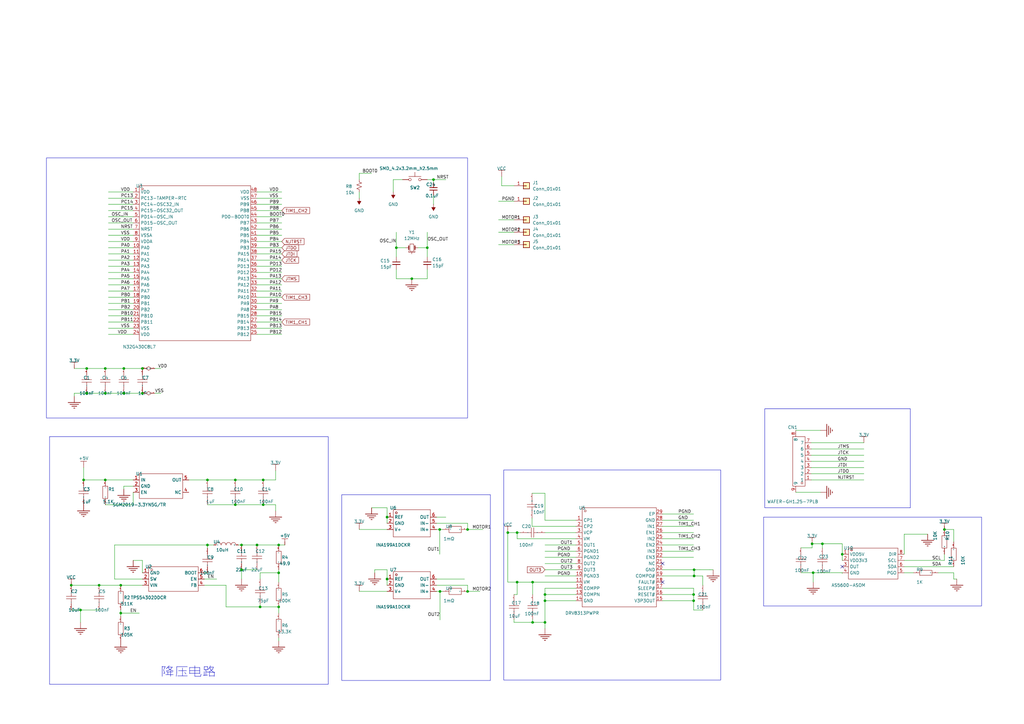
<source format=kicad_sch>
(kicad_sch (version 20250114) (generator "eeschema") (generator_version "9.0")
  (paper "A3")
  (title_block (title "BLDC_controller") (company "BrookDawn"))
  (rectangle (start 19.05 64.77) (end 191.77 171.45))
  (rectangle (start 313.69 167.64) (end 373.38 208.28))
  (rectangle (start 140.1826 202.8952) (end 201.1426 279.0952))
  (rectangle (start 20.32 179.07) (end 134.62 280.67))
  (rectangle (start 206.6036 192.7606) (end 295.6052 278.9174))
  (rectangle (start 313.182 212.09) (end 402.59 248.539))
  (text "降压电路" (at 66.04 278.13 0) (effects (font (size 3.81 3.81)) (justify left bottom)))
  (junction (at 177.8 73.66))
  (junction (at 212.09 218.44))
  (junction (at 333.0702 223.0374))
  (junction (at 218.44 238.76))
  (junction (at 180.467 242.57))
  (junction (at 43.18 196.85))
  (junction (at 49.53 251.46))
  (junction (at 191.77 242.57))
  (junction (at 29.21 240.03))
  (junction (at 180.34 217.17))
  (junction (at 34.29 196.85))
  (junction (at 114.3 248.92))
  (junction (at 40.64 240.03))
  (junction (at 223.52 243.84))
  (junction (at 333.502 234.8738))
  (junction (at 114.3 234.95))
  (junction (at 96.52 196.85))
  (junction (at 106.68 248.92))
  (junction (at 175.26 101.6))
  (junction (at 99.06 223.52))
  (junction (at 208.28 218.44))
  (junction (at 43.18 161.29))
  (junction (at 43.18 151.13))
  (junction (at 35.56 151.13))
  (junction (at 107.95 196.85))
  (junction (at 284.48 243.84))
  (junction (at 162.56 101.6))
  (junction (at 114.3 223.52))
  (junction (at 158.75 212.09))
  (junction (at 99.06 233.68))
  (junction (at 284.48 246.38))
  (junction (at 96.52 207.01))
  (junction (at 337.312 223.0374))
  (junction (at 58.42 151.13))
  (junction (at 223.52 255.27))
  (junction (at 50.8 161.29))
  (junction (at 345.44 227.33))
  (junction (at 168.91 114.3))
  (junction (at 58.42 161.29))
  (junction (at 105.41 223.52))
  (junction (at 158.75 237.49))
  (junction (at 284.6832 236.22))
  (junction (at 223.52 246.38))
  (junction (at 50.8 151.13))
  (junction (at 85.09 196.85))
  (junction (at 284.6832 233.68))
  (junction (at 49.53 240.03))
  (junction (at 35.56 161.29))
  (junction (at 85.09 223.52))
  (junction (at 212.09 238.76))
  (junction (at 107.95 207.01))
  (junction (at 387.35 217.17))
  (junction (at 33.02 250.19))
  (junction (at 191.77 217.17))
  (junction (at 218.44 255.27))
  (no_connect (at 271.78 238.76))
  (no_connect (at 345.44 232.41))
  (no_connect (at 271.78 231.14))
  (wire (pts (xy 333.0702 223.0374) (xy 337.312 223.0374)))
  (wire (pts (xy 105.41 106.68) (xy 115.57 106.68)))
  (wire (pts (xy 236.22 236.22) (xy 223.52 236.22)))
  (wire (pts (xy 87.63 223.52) (xy 85.09 223.52)))
  (wire (pts (xy 158.75 237.49) (xy 158.75 240.03)))
  (wire (pts (xy 391.16 237.49) (xy 391.16 234.95)))
  (wire (pts (xy 175.26 114.3) (xy 168.91 114.3)))
  (wire (pts (xy 212.09 238.7346) (xy 212.09 238.76)))
  (wire (pts (xy 49.53 240.03) (xy 58.42 240.03)))
  (wire (pts (xy 236.22 243.84) (xy 223.52 243.84)))
  (wire (pts (xy 105.41 129.54) (xy 115.57 129.54)))
  (wire (pts (xy 85.09 223.52) (xy 46.99 223.52)))
  (wire (pts (xy 44.45 116.84) (xy 54.61 116.84)))
  (wire (pts (xy 208.28 218.44) (xy 212.09 218.44)))
  (wire (pts (xy 44.45 78.74) (xy 54.61 78.74)))
  (wire (pts (xy 236.22 226.06) (xy 223.52 226.06)))
  (wire (pts (xy 114.3 261.62) (xy 114.3 262.89)))
  (wire (pts (xy 147.32 71.12) (xy 147.32 73.66)))
  (wire (pts (xy 44.45 106.68) (xy 54.61 106.68)))
  (wire (pts (xy 236.22 228.6) (xy 223.52 228.6)))
  (wire (pts (xy 50.8 151.13) (xy 43.18 151.13)))
  (wire (pts (xy 105.41 114.3) (xy 115.57 114.3)))
  (wire (pts (xy 58.42 234.95) (xy 58.42 229.87)))
  (wire (pts (xy 105.41 88.9) (xy 115.57 88.9)))
  (wire (pts (xy 44.45 137.16) (xy 54.61 137.16)))
  (wire (pts (xy 333.502 234.8738) (xy 333.502 238.76)))
  (wire (pts (xy 44.45 114.3) (xy 54.61 114.3)))
  (wire (pts (xy 54.61 196.85) (xy 43.18 196.85)))
  (wire (pts (xy 44.45 104.14) (xy 54.61 104.14)))
  (wire (pts (xy 212.09 220.98) (xy 236.22 220.98)))
  (wire (pts (xy 96.52 207.01) (xy 107.95 207.01)))
  (wire (pts (xy 191.77 217.17) (xy 198.12 217.17)))
  (wire (pts (xy 284.48 223.52) (xy 271.78 223.52)))
  (wire (pts (xy 92.71 240.03) (xy 83.82 240.03)))
  (wire (pts (xy 105.41 96.52) (xy 115.57 96.52)))
  (wire (pts (xy 210.82 243.84) (xy 212.09 243.84)))
  (wire (pts (xy 204.47 100.33) (xy 210.82 100.33)))
  (wire (pts (xy 284.48 250.19) (xy 288.29 250.19)))
  (wire (pts (xy 105.41 83.82) (xy 115.57 83.82)))
  (wire (pts (xy 44.45 134.62) (xy 54.61 134.62)))
  (wire (pts (xy 44.45 93.98) (xy 54.61 93.98)))
  (wire (pts (xy 158.75 208.28) (xy 158.75 212.09)))
  (wire (pts (xy 204.47 90.17) (xy 210.82 90.17)))
  (wire (pts (xy 175.26 95.25) (xy 175.26 101.6)))
  (wire (pts (xy 333.0702 224.7138) (xy 328.4728 224.7138)))
  (wire (pts (xy 50.8 151.13) (xy 58.42 151.13)))
  (wire (pts (xy 105.41 99.06) (xy 115.57 99.06)))
  (wire (pts (xy 180.467 242.57) (xy 180.467 254.2794)))
  (wire (pts (xy 208.28 238.7346) (xy 212.09 238.7346)))
  (wire (pts (xy 236.22 223.52) (xy 223.52 223.52)))
  (wire (pts (xy 208.28 218.44) (xy 208.28 238.7346)))
  (wire (pts (xy 58.42 237.49) (xy 46.99 237.49)))
  (wire (pts (xy 44.45 86.36) (xy 54.61 86.36)))
  (wire (pts (xy 218.44 238.76) (xy 236.22 238.76)))
  (wire (pts (xy 44.45 99.06) (xy 54.61 99.06)))
  (wire (pts (xy 114.3 223.52) (xy 105.41 223.52)))
  (wire (pts (xy 30.48 161.29) (xy 30.48 162.56)))
  (wire (pts (xy 57.15 251.46) (xy 49.53 251.46)))
  (wire (pts (xy 96.52 196.85) (xy 107.95 196.85)))
  (wire (pts (xy 50.8 161.29) (xy 43.18 161.29)))
  (wire (pts (xy 105.41 111.76) (xy 115.57 111.76)))
  (wire (pts (xy 236.22 233.68) (xy 223.52 233.68)))
  (wire (pts (xy 236.22 213.36) (xy 223.52 213.36)))
  (wire (pts (xy 284.6832 236.22) (xy 271.78 236.22)))
  (wire (pts (xy 162.56 114.3) (xy 168.91 114.3)))
  (wire (pts (xy 44.45 91.44) (xy 54.61 91.44)))
  (wire (pts (xy 85.09 207.01) (xy 96.52 207.01)))
  (wire (pts (xy 114.3 251.46) (xy 114.3 248.92)))
  (wire (pts (xy 44.45 109.22) (xy 54.61 109.22)))
  (wire (pts (xy 236.22 215.9) (xy 218.2114 215.9)))
  (wire (pts (xy 179.07 212.09) (xy 182.88 212.09)))
  (wire (pts (xy 158.75 208.28) (xy 152.4 208.28)))
  (wire (pts (xy 212.09 220.98) (xy 212.09 218.44)))
  (wire (pts (xy 370.84 232.41) (xy 391.16 232.41)))
  (wire (pts (xy 58.42 229.87) (xy 54.61 229.87)))
  (wire (pts (xy 44.45 129.54) (xy 54.61 129.54)))
  (wire (pts (xy 43.18 161.29) (xy 35.56 161.29)))
  (wire (pts (xy 181.61 217.17) (xy 180.34 217.17)))
  (wire (pts (xy 180.467 242.57) (xy 181.61 242.57)))
  (wire (pts (xy 177.8 73.66) (xy 177.8 74.93)))
  (wire (pts (xy 99.06 233.68) (xy 99.06 237.49)))
  (wire (pts (xy 162.56 95.25) (xy 162.56 101.6)))
  (wire (pts (xy 354.33 184.15) (xy 332.74 184.15)))
  (wire (pts (xy 63.5 161.29) (xy 66.04 161.29)))
  (wire (pts (xy 162.56 101.6) (xy 166.37 101.6)))
  (wire (pts (xy 105.41 93.98) (xy 115.57 93.98)))
  (wire (pts (xy 196.85 242.57) (xy 191.77 242.57)))
  (wire (pts (xy 29.21 250.19) (xy 33.02 250.19)))
  (wire (pts (xy 284.48 241.3) (xy 271.78 241.3)))
  (wire (pts (xy 85.09 196.85) (xy 96.52 196.85)))
  (wire (pts (xy 46.99 223.52) (xy 46.99 237.49)))
  (wire (pts (xy 288.2392 236.2454) (xy 288.2392 240.03)))
  (wire (pts (xy 236.22 241.3) (xy 223.52 241.3)))
  (wire (pts (xy 54.61 207.01) (xy 43.18 207.01)))
  (wire (pts (xy 105.41 116.84) (xy 115.57 116.84)))
  (wire (pts (xy 114.3 223.52) (xy 116.84 223.52)))
  (wire (pts (xy 387.35 227.33) (xy 387.35 229.87)))
  (wire (pts (xy 77.47 196.85) (xy 85.09 196.85)))
  (wire (pts (xy 44.45 119.38) (xy 54.61 119.38)))
  (wire (pts (xy 223.52 243.84) (xy 223.52 241.3)))
  (wire (pts (xy 223.52 243.84) (xy 223.52 246.38)))
  (wire (pts (xy 218.44 238.76) (xy 218.44 243.84)))
  (wire (pts (xy 33.02 250.19) (xy 40.64 250.19)))
  (wire (pts (xy 284.48 246.38) (xy 271.78 246.38)))
  (wire (pts (xy 370.84 219.075) (xy 370.84 227.33)))
  (wire (pts (xy 284.6832 233.68) (xy 271.78 233.68)))
  (wire (pts (xy 33.02 250.19) (xy 33.02 255.27)))
  (wire (pts (xy 236.22 246.38) (xy 223.52 246.38)))
  (wire (pts (xy 391.16 222.25) (xy 391.16 217.17)))
  (wire (pts (xy 210.82 254) (xy 210.82 255.27)))
  (wire (pts (xy 336.55 201.93) (xy 326.39 201.93)))
  (wire (pts (xy 223.52 255.27) (xy 223.52 257.81)))
  (wire (pts (xy 284.6832 236.22) (xy 284.6832 233.68)))
  (wire (pts (xy 92.71 248.92) (xy 92.71 240.03)))
  (wire (pts (xy 162.56 110.49) (xy 162.56 114.3)))
  (wire (pts (xy 105.41 134.62) (xy 115.57 134.62)))
  (wire (pts (xy 44.45 132.08) (xy 54.61 132.08)))
  (wire (pts (xy 30.48 161.29) (xy 35.56 161.29)))
  (wire (pts (xy 153.67 234.95) (xy 153.67 233.68)))
  (wire (pts (xy 158.75 217.17) (xy 147.32 217.17)))
  (wire (pts (xy 354.33 191.77) (xy 332.74 191.77)))
  (wire (pts (xy 44.45 124.46) (xy 54.61 124.46)))
  (wire (pts (xy 147.32 78.74) (xy 147.32 81.28)))
  (wire (pts (xy 105.41 86.36) (xy 115.57 86.36)))
  (wire (pts (xy 147.32 242.57) (xy 158.75 242.57)))
  (wire (pts (xy 114.3 238.76) (xy 114.3 234.95)))
  (wire (pts (xy 44.45 127) (xy 54.61 127)))
  (wire (pts (xy 284.48 228.6) (xy 271.78 228.6)))
  (wire (pts (xy 223.52 246.38) (xy 223.52 255.27)))
  (wire (pts (xy 105.41 132.08) (xy 115.57 132.08)))
  (wire (pts (xy 354.33 181.61) (xy 332.74 181.61)))
  (wire (pts (xy 391.16 234.95) (xy 384.81 234.95)))
  (wire (pts (xy 191.77 240.03) (xy 191.77 242.57)))
  (wire (pts (xy 105.41 101.6) (xy 115.57 101.6)))
  (wire (pts (xy 210.82 255.27) (xy 218.44 255.27)))
  (wire (pts (xy 85.09 223.52) (xy 85.09 224.79)))
  (wire (pts (xy 354.33 194.31) (xy 332.74 194.31)))
  (wire (pts (xy 99.06 233.68) (xy 105.41 233.68)))
  (wire (pts (xy 354.33 189.23) (xy 332.74 189.23)))
  (wire (pts (xy 113.03 196.85) (xy 107.95 196.85)))
  (wire (pts (xy 218.44 255.27) (xy 223.52 255.27)))
  (wire (pts (xy 105.41 104.14) (xy 115.57 104.14)))
  (wire (pts (xy 191.77 217.17) (xy 191.77 214.63)))
  (wire (pts (xy 30.48 151.13) (xy 35.56 151.13)))
  (wire (pts (xy 328.4728 234.8738) (xy 333.502 234.8738)))
  (wire (pts (xy 85.09 234.95) (xy 83.82 234.95)))
  (wire (pts (xy 333.0702 223.0374) (xy 333.0702 224.7138)))
  (wire (pts (xy 29.21 240.03) (xy 40.64 240.03)))
  (wire (pts (xy 284.48 215.9) (xy 271.78 215.9)))
  (wire (pts (xy 44.45 101.6) (xy 54.61 101.6)))
  (wire (pts (xy 345.44 223.0374) (xy 345.44 227.33)))
  (wire (pts (xy 177.8 80.01) (xy 177.8 83.82)))
  (wire (pts (xy 153.67 233.68) (xy 158.75 233.68)))
  (wire (pts (xy 43.18 196.85) (xy 34.29 196.85)))
  (wire (pts (xy 284.48 218.44) (xy 271.78 218.44)))
  (wire (pts (xy 44.45 83.82) (xy 54.61 83.82)))
  (wire (pts (xy 284.48 243.84) (xy 271.78 243.84)))
  (wire (pts (xy 179.07 240.03) (xy 191.77 240.03)))
  (wire (pts (xy 284.48 243.84) (xy 284.48 246.38)))
  (wire (pts (xy 113.03 207.01) (xy 107.95 207.01)))
  (wire (pts (xy 158.75 214.63) (xy 158.75 212.09)))
  (wire (pts (xy 105.41 121.92) (xy 115.57 121.92)))
  (wire (pts (xy 105.41 81.28) (xy 115.57 81.28)))
  (wire (pts (xy 284.48 210.82) (xy 271.78 210.82)))
  (wire (pts (xy 161.29 73.66) (xy 161.29 78.74)))
  (wire (pts (xy 370.84 229.87) (xy 387.35 229.87)))
  (wire (pts (xy 345.3892 235.204) (xy 345.3892 234.8738)))
  (wire (pts (xy 204.47 82.55) (xy 210.82 82.55)))
  (wire (pts (xy 106.68 234.95) (xy 114.3 234.95)))
  (wire (pts (xy 284.6832 236.22) (xy 288.2392 236.2454)))
  (wire (pts (xy 158.75 237.49) (xy 158.75 233.68)))
  (wire (pts (xy 218.44 254) (xy 218.44 255.27)))
  (wire (pts (xy 105.41 124.46) (xy 115.57 124.46)))
  (wire (pts (xy 44.45 81.28) (xy 54.61 81.28)))
  (wire (pts (xy 284.48 243.84) (xy 284.48 241.3)))
  (wire (pts (xy 391.16 237.49) (xy 392.43 237.49)))
  (wire (pts (xy 44.45 111.76) (xy 54.61 111.76)))
  (wire (pts (xy 162.56 105.41) (xy 162.56 101.6)))
  (wire (pts (xy 99.06 223.52) (xy 105.41 223.52)))
  (wire (pts (xy 105.41 109.22) (xy 115.57 109.22)))
  (wire (pts (xy 180.467 242.57) (xy 179.07 242.57)))
  (wire (pts (xy 105.41 127) (xy 115.57 127)))
  (wire (pts (xy 182.88 73.66) (xy 177.8 73.66)))
  (wire (pts (xy 34.29 191.77) (xy 34.29 196.85)))
  (wire (pts (xy 44.45 96.52) (xy 54.61 96.52)))
  (wire (pts (xy 106.68 237.49) (xy 106.68 234.95)))
  (wire (pts (xy 236.22 231.14) (xy 223.52 231.14)))
  (wire (pts (xy 44.45 88.9) (xy 54.61 88.9)))
  (wire (pts (xy 171.45 101.6) (xy 175.26 101.6)))
  (wire (pts (xy 105.41 137.16) (xy 115.57 137.16)))
  (wire (pts (xy 345.44 229.87) (xy 345.44 227.33)))
  (wire (pts (xy 354.33 196.85) (xy 332.74 196.85)))
  (wire (pts (xy 345.3892 234.8738) (xy 333.502 234.8738)))
  (wire (pts (xy 44.45 121.92) (xy 54.61 121.92)))
  (wire (pts (xy 218.2114 215.9) (xy 218.2114 212.4964)))
  (wire (pts (xy 223.52 213.36) (xy 223.52 202.3364)))
  (wire (pts (xy 345.44 223.0374) (xy 337.312 223.0374)))
  (wire (pts (xy 223.52 202.3364) (xy 218.2114 202.3364)))
  (wire (pts (xy 204.47 95.25) (xy 210.82 95.25)))
  (wire (pts (xy 284.48 213.36) (xy 271.78 213.36)))
  (wire (pts (xy 284.48 220.98) (xy 271.78 220.98)))
  (wire (pts (xy 370.84 234.95) (xy 374.65 234.95)))
  (wire (pts (xy 35.56 151.13) (xy 43.18 151.13)))
  (wire (pts (xy 191.77 214.63) (xy 179.07 214.63)))
  (wire (pts (xy 284.48 226.06) (xy 271.78 226.06)))
  (wire (pts (xy 212.09 238.76) (xy 218.44 238.76)))
  (wire (pts (xy 175.26 101.6) (xy 175.26 105.41)))
  (wire (pts (xy 49.53 251.46) (xy 49.53 252.73)))
  (wire (pts (xy 212.09 238.76) (xy 212.09 243.84)))
  (wire (pts (xy 113.03 207.01) (xy 113.03 209.55)))
  (wire (pts (xy 190.5254 237.49) (xy 179.07 237.49)))
  (wire (pts (xy 114.3 234.95) (xy 114.3 233.68)))
  (wire (pts (xy 205.74 76.2) (xy 210.82 76.2)))
  (wire (pts (xy 212.09 218.44) (xy 213.36 218.44)))
  (wire (pts (xy 180.34 217.17) (xy 180.34 227.33)))
  (wire (pts (xy 288.29 240.03) (xy 288.2392 240.03)))
  (wire (pts (xy 88.9 237.49) (xy 83.82 237.49)))
  (wire (pts (xy 106.68 248.92) (xy 114.3 248.92)))
  (wire (pts (xy 97.79 223.52) (xy 99.06 223.52)))
  (wire (pts (xy 223.52 218.44) (xy 236.22 218.44)))
  (wire (pts (xy 147.32 71.12) (xy 152.4 71.12)))
  (wire (pts (xy 49.53 251.46) (xy 49.53 250.19)))
  (wire (pts (xy 105.41 78.74) (xy 115.57 78.74)))
  (wire (pts (xy 205.74 72.39) (xy 205.74 76.2)))
  (wire (pts (xy 54.61 201.93) (xy 54.61 207.01)))
  (wire (pts (xy 337.312 224.8154) (xy 337.312 223.0374)))
  (wire (pts (xy 92.71 248.92) (xy 106.68 248.92)))
  (wire (pts (xy 50.8 199.39) (xy 54.61 199.39)))
  (wire (pts (xy 336.55 176.53) (xy 326.39 176.53)))
  (wire (pts (xy 105.41 119.38) (xy 115.57 119.38)))
  (wire (pts (xy 106.68 248.92) (xy 106.68 247.65)))
  (wire (pts (xy 40.64 240.03) (xy 49.53 240.03)))
  (wire (pts (xy 284.6832 233.68) (xy 292.481 233.7054)))
  (wire (pts (xy 50.8 200.66) (xy 50.8 199.39)))
  (wire (pts (xy 354.33 186.69) (xy 332.74 186.69)))
  (wire (pts (xy 165.1 73.66) (xy 161.29 73.66)))
  (wire (pts (xy 175.26 73.66) (xy 177.8 73.66)))
  (wire (pts (xy 105.41 91.44) (xy 115.57 91.44)))
  (wire (pts (xy 391.16 217.17) (xy 387.35 217.17)))
  (wire (pts (xy 63.5 151.13) (xy 66.04 151.13)))
  (wire (pts (xy 50.8 161.29) (xy 58.42 161.29)))
  (wire (pts (xy 284.48 250.19) (xy 284.48 246.38)))
  (wire (pts (xy 370.84 219.075) (xy 380.4666 219.075)))
  (wire (pts (xy 113.03 193.04) (xy 113.03 196.85)))
  (wire (pts (xy 179.07 217.17) (xy 180.34 217.17)))
  (wire (pts (xy 175.26 110.49) (xy 175.26 114.3)))
  (label "SCL" (at 382.27 229.87 0))
  (label "PC14" (at 49.53 83.82 0))
  (label "OUT1" (at 229.87 223.52 0))
  (label "PB9" (at 110.49 83.82 0))
  (label "PGND" (at 278.13 210.82 0))
  (label "TIM1_CH2" (at 278.13 220.98 0))
  (label "PB13" (at 110.49 134.62 0))
  (label "TIM1_CH3" (at 278.13 226.06 0))
  (label "PB5" (at 110.49 96.52 0))
  (label "TIM1_CH1" (at 278.13 215.9 0))
  (label "VDD" (at 49.53 78.74 0))
  (label "PA13" (at 110.49 114.3 0))
  (label "PB10" (at 49.53 129.54 0))
  (label "OUT2" (at 229.87 231.14 0))
  (label "PA0" (at 49.53 101.6 0))
  (label "PA4" (at 49.53 111.76 0))
  (label "PA5" (at 49.53 114.3 0))
  (label "PA12" (at 110.49 116.84 0))
  (label "PB14" (at 110.49 132.08 0))
  (label "VDD" (at 64.77 151.13 0))
  (label "OSC_OUT" (at 45.72 91.44 0))
  (label "PD12" (at 110.49 111.76 0))
  (label "JTMS" (at 343.535 184.15 0))
  (label "PA2" (at 49.53 106.68 0))
  (label "PA14" (at 110.49 106.68 0))
  (label "MOTOR2" (at 205.74 95.25 0))
  (label "PB4" (at 110.49 99.06 0))
  (label "OUT1" (at 180.34 224.79 180))
  (label "PA6" (at 49.53 116.84 0))
  (label "PB7" (at 110.49 91.44 0))
  (label "PB8" (at 110.49 86.36 0))
  (label "PA8" (at 110.49 127 0))
  (label "JTDI" (at 343.535 191.77 0))
  (label "NRST" (at 49.53 93.98 0))
  (label "PC15" (at 49.53 86.36 0))
  (label "JTDO" (at 343.535 194.31 0))
  (label "PD13" (at 110.49 109.22 0))
  (label "SDA" (at 382.27 232.41 0))
  (label "GND" (at 278.13 213.36 0))
  (label "PA9" (at 110.49 124.46 0))
  (label "PB2" (at 49.53 127 0))
  (label "PB12" (at 110.49 137.16 0))
  (label "MOTOR1" (at 193.675 217.17 0))
  (label "BOOT0" (at 148.59 71.12 0))
  (label "OUT2" (at 180.467 251.5362 180))
  (label "BOOT0" (at 110.49 88.9 0))
  (label "VDD" (at 49.53 99.06 0))
  (label "VDD" (at 110.49 78.74 0))
  (label "VSS" (at 49.53 134.62 0))
  (label "PGND" (at 205.74 82.55 0))
  (label "PB0" (at 49.53 121.92 0))
  (label "PA10" (at 110.49 121.92 0))
  (label "PGND" (at 228.6 228.6 0))
  (label "PB3" (at 110.49 101.6 0))
  (label "VSS" (at 63.5 161.29 0))
  (label "EN" (at 85.09 237.49 0))
  (label "JTCK" (at 343.535 186.69 0))
  (label "MOTOR1" (at 205.74 90.17 0))
  (label "PB11" (at 49.53 132.08 0))
  (label "PA15" (at 110.49 104.14 0))
  (label "NJTRST" (at 343.535 196.85 0))
  (label "PA11" (at 110.49 119.38 0))
  (label "EN" (at 53.34 251.46 0))
  (label "PC13" (at 49.53 81.28 0))
  (label "MOTOR3" (at 205.74 100.33 0))
  (label "OUT3" (at 229.87 233.68 0))
  (label "OSC_OUT" (at 175.26 99.06 0))
  (label "VSS" (at 49.53 96.52 0))
  (label "PGND" (at 228.6 236.22 0))
  (label "VSS" (at 110.49 81.28 0))
  (label "PB6" (at 110.49 93.98 0))
  (label "NRST" (at 179.07 73.66 0))
  (label "MOTOR2" (at 193.7258 242.57 0))
  (label "PGND" (at 228.6 226.06 0))
  (label "PB15" (at 110.49 129.54 0))
  (label "OSC_IN" (at 45.72 88.9 0))
  (label "VDD" (at 48.26 137.16 0))
  (label "PA1" (at 49.53 104.14 0))
  (label "OSC_IN" (at 162.56 99.06 180))
  (label "PA3" (at 49.53 109.22 0))
  (label "PA7" (at 49.53 119.38 0))
  (label "PB1" (at 49.53 124.46 0))
  (label "GND" (at 343.535 189.23 0))
  (global_label "JTCK" (shape input) (at 115.57 106.68 0) (property "Intersheetrefs" "${INTERSHEET_REFS}" (effects (hide yes))))
  (global_label "JTDI" (shape input) (at 115.57 104.14 0) (property "Intersheetrefs" "${INTERSHEET_REFS}" (effects (hide yes))))
  (global_label "OUT3" (shape input) (at 223.52 233.68 180) (property "Intersheetrefs" "${INTERSHEET_REFS}" (effects (hide yes))))
  (global_label "NJTRST" (shape input) (at 115.57 99.06 0) (property "Intersheetrefs" "${INTERSHEET_REFS}" (effects (hide yes))))
  (global_label "JTDO" (shape input) (at 115.57 101.6 0) (property "Intersheetrefs" "${INTERSHEET_REFS}" (effects (hide yes))))
  (global_label "TIM1_CH1" (shape input) (at 115.57 132.08 0) (property "Intersheetrefs" "${INTERSHEET_REFS}" (effects (hide yes))))
  (global_label "JTMS" (shape input) (at 115.57 114.3 0) (property "Intersheetrefs" "${INTERSHEET_REFS}" (effects (hide yes))))
  (global_label "TIM1_CH3" (shape input) (at 115.57 121.92 0) (property "Intersheetrefs" "${INTERSHEET_REFS}" (effects (hide yes))))
  (global_label "TIM1_CH2" (shape input) (at 115.57 86.36 0) (property "Intersheetrefs" "${INTERSHEET_REFS}" (effects (hide yes))))
  (symbol (lib_id "ProPrj_BLD-easyedapro:Capacitance") (at 218.44 248.92 90) (unit 1)
    (property "Reference" "C18" (at 219.4052 247.4722 90))
    (property "Value" "100nF" (at 218.186 251.714 90))
    (property "Footprint" "SparkFun-Resistor:R_0603_1608Metric" (effects (hide yes)))
  )
  (symbol (lib_id "ProPrj_BLD-easyedapro:DRV8313PWPR") (at 254 228.6 0) (unit 1)
    (property "Reference" "U5" (at 238.76 208.28 0))
    (property "Value" "DRV8313PWPR" (at 238.76 251.46 0))
    (property "Footprint" "Package_SO:HTSSOP-28-1EP_4.4x9.7mm_P0.65mm_EP2.75x6.2mm" (effects (hide yes)))
    (property "Datasheet" "https://www.ti.com/cn/lit/gpn/drv8313" (effects (hide yes)))
    (property "Description" "DRV8313 具有集成 FET、65V 最大电压、3A 峰值电流的三相电机驱动器" (effects (hide yes)))
    (property "Manufacturer Part" "DRV8313PWPR" (effects (hide yes)))
    (property "Manufacturer" "TI(德州仪器)" (effects (hide yes)))
    (property "Supplier Part" "C92482" (effects (hide yes)))
    (property "Supplier" "LCSC" (effects (hide yes)))
    (property "LCSC Part Name" "无刷直流BLDC电机驱动芯片 60V" (effects (hide yes)))
  )
  (symbol (lib_id "ProPrj_BLD-easyedapro:Power-VCC") (at 113.03 193.04 0) (unit 1)
    (property "Reference" "#PWR011" (effects (hide yes)))
    (property "Value" "3.3V" (at 113.03 190.5 0) (effects (justify bottom)))
    (property "Footprint" "ProPrj_BLD-easyedapro:" (effects (hide yes)))
  )
  (symbol (lib_id "ProPrj_BLD-easyedapro:XR0420-4R7M") (at 92.71 223.52 0) (unit 1)
    (property "Reference" "U4" (at 88.9 222.25 0))
    (property "Value" "10uH" (at 91.186 225.552 0))
    (property "Footprint" "Inductor_SMD:L_Changjiang_FTC252012S" (effects (hide yes)))
    (property "Datasheet" "https://atta.szlcsc.com/upload/public/pdf/source/20240328/110B611B724D24AB51078DA8F677E482.pdf" (effects (hide yes)))
    (property "Description" "电感值:4.7uH;精度:±20%;额定电流:2.8A;饱和电流(Isat):3A;类型:一体成型电感;" (effects (hide yes)))
    (property "Manufacturer Part" "XR0420-4R7M" (effects (hide yes)))
    (property "Manufacturer" "XR(祥如)" (effects (hide yes)))
    (property "Supplier Part" "C5307591" (effects (hide yes)))
    (property "Supplier" "LCSC" (effects (hide yes)))
    (property "LCSC Part Name" "4.7uH ±20% 3A" (effects (hide yes)))
  )
  (symbol (lib_name "15pF_0603_50V_5%_1") (lib_id "SparkFun-Capacitor:15pF_0603_50V_5%") (at 175.26 107.95 0) (unit 1)
    (property "Reference" "C16" (at 177.292 106.426 0) (effects (justify left)))
    (property "Value" "15pF" (at 177.292 108.966 0) (effects (justify left)))
    (property "Footprint" "SparkFun-Capacitor:C_0603_1608Metric" (effects (hide yes)))
    (property "Datasheet" "https://cdn.sparkfun.com/assets/8/a/4/a/5/Kemet_Capacitor_Datasheet.pdf" (effects (hide yes)))
    (property "Description" "Unpolarized capacitor" (effects (hide yes)))
    (property "PROD_ID" "CAP-07881" (effects (hide yes)))
    (property "Voltage" "50V" (effects (hide yes)))
    (property "Tolerance" "5%" (effects (hide yes)))
  )
  (symbol (lib_id "SparkFun-Connector:Conn_01x01_6.5mm") (at 215.9 90.17 0) (unit 1)
    (property "Reference" "J3" (at 218.44 88.8999 0) (effects (justify left)))
    (property "Value" "Conn_01x01" (at 218.44 91.4399 0) (effects (justify left)))
    (property "Footprint" "Connector_Wire:SolderWirePad_1x01_SMD_1x2mm" (effects (hide yes)))
    (property "Description" "Large diameter solder lug for power connections to LiPo batteries" (effects (hide yes)))
  )
  (symbol (lib_id "ProPrj_BLD-easyedapro:Ground-GND") (at 30.48 162.56 0) (unit 1)
    (property "Reference" "#PWR02" (effects (hide yes)))
    (property "Value" "GND" (effects (hide yes)))
    (property "Footprint" "ProPrj_BLD-easyedapro:" (effects (hide yes)))
  )
  (symbol (lib_id "ProPrj_BLD-easyedapro:电阻") (at 114.3 256.54 90) (unit 1)
    (property "Reference" "R6" (at 116.84 256.54 90))
    (property "Value" "13.3K" (at 116.84 259.08 90))
    (property "Footprint" "SparkFun-Resistor:R_0603_1608Metric" (effects (hide yes)))
  )
  (symbol (lib_id "ProPrj_BLD-easyedapro:Capacitance") (at 85.09 201.93 90) (unit 1)
    (property "Reference" "C8" (at 86.36 200.66 90))
    (property "Value" "1uF" (at 86.36 205.74 90))
    (property "Footprint" "SparkFun-Resistor:R_0603_1608Metric" (effects (hide yes)))
  )
  (symbol (lib_id "ProPrj_BLD-easyedapro:Capacitance") (at 328.4728 229.7938 90) (unit 1)
    (property "Reference" "C22" (at 329.057 229.0318 90))
    (property "Value" "100nF" (at 328.9808 233.934 90))
    (property "Footprint" "SparkFun-Resistor:R_0603_1608Metric" (effects (hide yes)))
  )
  (symbol (lib_id "ProPrj_BLD-easyedapro:Ground-GND") (at 50.8 200.66 0) (unit 1)
    (property "Reference" "#PWR08" (effects (hide yes)))
    (property "Value" "GND" (effects (hide yes)))
    (property "Footprint" "ProPrj_BLD-easyedapro:" (effects (hide yes)))
  )
  (symbol (lib_id "ProPrj_BLD-easyedapro:电阻") (at 114.3 243.84 90) (unit 1)
    (property "Reference" "R5" (at 116.84 243.84 90))
    (property "Value" "100K" (at 116.84 246.38 90))
    (property "Footprint" "SparkFun-Resistor:R_0603_1608Metric" (effects (hide yes)))
  )
  (symbol (lib_id "ProPrj_BLD-easyedapro:Ground-GND") (at 152.4 208.28 0) (unit 1)
    (property "Reference" "#PWR023" (effects (hide yes)))
    (property "Value" "GND" (effects (hide yes)))
    (property "Footprint" "ProPrj_BLD-easyedapro:" (effects (hide yes)))
  )
  (symbol (lib_id "ProPrj_BLD-easyedapro:Capacitance") (at 85.09 229.87 90) (unit 1)
    (property "Reference" "C9" (at 86.36 228.6 90))
    (property "Value" "100nF" (at 85.09 234.95 90))
    (property "Footprint" "SparkFun-Resistor:R_0603_1608Metric" (effects (hide yes)))
  )
  (symbol (lib_id "ProPrj_BLD-easyedapro:Capacitance") (at 99.06 228.6 90) (unit 1)
    (property "Reference" "C11" (at 99.06 226.06 90))
    (property "Value" "22uF" (at 99.06 233.68 90))
    (property "Footprint" "SparkFun-Resistor:R_0603_1608Metric" (effects (hide yes)))
  )
  (symbol (lib_id "power:VSS") (at 147.32 81.28 180) (unit 1)
    (property "Reference" "#PWR017" (effects (hide yes)))
    (property "Value" "GND" (at 147.32 86.36 0))
    (property "Description" "Power symbol creates a global label with name \"VSS\"" (effects (hide yes)))
  )
  (symbol (lib_id "ProPrj_BLD-easyedapro:Ground-GND") (at 99.06 237.49 0) (unit 1)
    (property "Reference" "#PWR010" (effects (hide yes)))
    (property "Value" "GND" (effects (hide yes)))
    (property "Footprint" "ProPrj_BLD-easyedapro:" (effects (hide yes)))
  )
  (symbol (lib_id "power:VSS") (at 177.8 83.82 0) (mirror x) (unit 1)
    (property "Reference" "#PWR033" (effects (hide yes)))
    (property "Value" "GND" (at 177.8 88.9 0))
    (property "Description" "Power symbol creates a global label with name \"VSS\"" (effects (hide yes)))
  )
  (symbol (lib_id "ProPrj_BLD-easyedapro:Ground-GND") (at 223.52 257.81 0) (unit 1)
    (property "Reference" "#PWR019" (effects (hide yes)))
    (property "Value" "GND" (effects (hide yes)))
    (property "Footprint" "ProPrj_BLD-easyedapro:" (effects (hide yes)))
  )
  (symbol (lib_id "ProPrj_BLD-easyedapro:Short-Symbol") (at 60.96 151.13 0) (unit 1)
    (property "Reference" "251" (effects (hide yes)))
    (property "Footprint" "ProPrj_BLD-easyedapro:" (effects (hide yes)))
  )
  (symbol (lib_id "ProPrj_BLD-easyedapro:Ground-GND") (at 292.481 233.7054 0) (unit 1)
    (property "Reference" "#PWR020" (effects (hide yes)))
    (property "Value" "GND" (effects (hide yes)))
    (property "Footprint" "ProPrj_BLD-easyedapro:" (effects (hide yes)))
  )
  (symbol (lib_id "ProPrj_BLD-easyedapro:Power-VCC") (at 387.35 217.17 0) (unit 1)
    (property "Reference" "#PWR034" (effects (hide yes)))
    (property "Value" "3.3V" (at 387.35 214.63 0) (effects (justify bottom)))
    (property "Footprint" "ProPrj_BLD-easyedapro:" (effects (hide yes)))
  )
  (symbol (lib_id "ProPrj_BLD-easyedapro:Capacitance") (at 34.29 201.93 90) (unit 1)
    (property "Reference" "C3" (at 35.56 200.66 90))
    (property "Value" "1uF" (at 35.56 205.74 90))
    (property "Footprint" "SparkFun-Resistor:R_0603_1608Metric" (effects (hide yes)))
  )
  (symbol (lib_id "ProPrj_BLD-easyedapro:Power-VCC") (at 30.48 151.13 0) (unit 1)
    (property "Reference" "#PWR01" (effects (hide yes)))
    (property "Value" "3.3V" (at 30.48 148.59 0) (effects (justify bottom)))
    (property "Footprint" "ProPrj_BLD-easyedapro:" (effects (hide yes)))
  )
  (symbol (lib_id "ProPrj_BLD-easyedapro:Capacitance") (at 58.42 156.21 90) (unit 1)
    (property "Reference" "C7" (at 59.69 154.94 90))
    (property "Value" "1uF" (at 58.42 161.29 90))
    (property "Footprint" "SparkFun-Resistor:R_0603_1608Metric" (effects (hide yes)))
  )
  (symbol (lib_id "SparkFun-Switch:SPST_Push_SMD_4.2x3.2mm_h2.5mm") (at 170.18 73.66 0) (unit 1)
    (property "Reference" "SW2" (at 170.18 76.962 0))
    (property "Value" "SMD_4.2x3.2mm_h2.5mm" (at 167.64 69.088 0))
    (property "Footprint" "SparkFun-Switch:Push_SMD_4.2x3.2mm" (effects (hide yes)))
    (property "Datasheet" "https://www.ckswitches.com/media/3130/ck_rk_datasheet.pdf" (effects (hide yes)))
    (property "Description" "Single Pole Single Throw (SPST) switch" (effects (hide yes)))
    (property "PROD_ID" "SWCH-21771" (effects (hide yes)))
  )
  (symbol (lib_id "ProPrj_BLD-easyedapro:TPS54302DDCR_C311983") (at 71.12 237.49 0) (unit 1)
    (property "Reference" "U2" (at 60.96 232.41 0))
    (property "Value" "TPS54302DDCR" (at 60.96 245.11 0))
    (property "Footprint" "Package_TO_SOT_SMD:SOT-23-6" (effects (hide yes)))
    (property "Datasheet" "https://www.ti.com/cn/lit/gpn/tps54302" (effects (hide yes)))
    (property "Description" "功能类型:降压型;输出类型:固定;工作电压:4.5V~28V;输出电压:5V;输出电流:3A;" (effects (hide yes)))
    (property "Manufacturer Part" "TPS54302DDCR" (effects (hide yes)))
    (property "Manufacturer" "TI(德州仪器)" (effects (hide yes)))
    (property "Supplier Part" "C311983" (effects (hide yes)))
    (property "Supplier" "LCSC" (effects (hide yes)))
    (property "LCSC Part Name" "4.5V至28V输入、3A输出、EMI友好的同步降压转换器" (effects (hide yes)))
  )
  (symbol (lib_id "ProPrj_BLD-easyedapro:Power-VCC") (at 147.32 242.57 0) (unit 1)
    (property "Reference" "#PWR022" (effects (hide yes)))
    (property "Value" "3.3V" (at 147.32 240.03 0) (effects (justify bottom)))
    (property "Footprint" "ProPrj_BLD-easyedapro:" (effects (hide yes)))
  )
  (symbol (lib_id "SparkFun-Connector:Conn_01x01_6.5mm") (at 215.9 95.25 0) (unit 1)
    (property "Reference" "J4" (at 218.44 93.9799 0) (effects (justify left)))
    (property "Value" "Conn_01x01" (at 218.44 96.5199 0) (effects (justify left)))
    (property "Footprint" "Connector_Wire:SolderWirePad_1x01_SMD_1x2mm" (effects (hide yes)))
    (property "Description" "Large diameter solder lug for power connections to LiPo batteries" (effects (hide yes)))
  )
  (symbol (lib_id "ProPrj_BLD-easyedapro:Capacitance") (at 107.95 201.93 90) (unit 1)
    (property "Reference" "C14" (at 109.22 200.66 90))
    (property "Value" "100nF" (at 109.22 205.74 90))
    (property "Footprint" "SparkFun-Resistor:R_0603_1608Metric" (effects (hide yes)))
  )
  (symbol (lib_id "ProPrj_BLD-easyedapro:Ground-GND") (at 54.61 229.87 0) (unit 1)
    (property "Reference" "#PWR09" (effects (hide yes)))
    (property "Value" "GND" (effects (hide yes)))
    (property "Footprint" "ProPrj_BLD-easyedapro:" (effects (hide yes)))
  )
  (symbol (lib_id "ProPrj_BLD-easyedapro:电阻") (at 49.53 245.11 90) (unit 1)
    (property "Reference" "R2" (at 52.07 245.11 90))
    (property "Value" "511K" (at 52.07 247.65 90))
    (property "Footprint" "SparkFun-Resistor:R_0603_1608Metric" (effects (hide yes)))
  )
  (symbol (lib_id "power:VSS") (at 161.29 78.74 180) (unit 1)
    (property "Reference" "#PWR032" (effects (hide yes)))
    (property "Value" "GND" (at 161.29 83.82 0))
    (property "Description" "Power symbol creates a global label with name \"VSS\"" (effects (hide yes)))
  )
  (symbol (lib_id "ProPrj_BLD-easyedapro:Power-VCC") (at 208.28 218.44 0) (unit 1)
    (property "Reference" "#PWR018" (effects (hide yes)))
    (property "Value" "VCC" (at 208.28 215.9 0) (effects (justify bottom)))
    (property "Footprint" "ProPrj_BLD-easyedapro:" (effects (hide yes)))
  )
  (symbol (lib_id "SparkFun-Capacitor:0.1uF_0603_25V_20%") (at 177.8 77.47 180) (unit 1)
    (property "Reference" "C24" (at 174.752 75.692 0) (effects (justify right)))
    (property "Value" "0.1uF" (at 174.498 80.264 0) (effects (justify right)))
    (property "Footprint" "SparkFun-Capacitor:C_0603_1608Metric" (effects (hide yes)))
    (property "Datasheet" "https://cdn.sparkfun.com/assets/8/a/4/a/5/Kemet_Capacitor_Datasheet.pdf" (effects (hide yes)))
    (property "Description" "Unpolarized capacitor" (effects (hide yes)))
    (property "PROD_ID" "CAP-00810" (effects (hide yes)))
    (property "Voltage" "25V" (effects (hide yes)))
    (property "Tolerance" "20%" (effects (hide yes)))
  )
  (symbol (lib_id "ProPrj_BLD-easyedapro:Capacitance") (at 218.2114 207.4164 90) (unit 1)
    (property "Reference" "C19" (at 221.0562 207.5434 90))
    (property "Value" "10nF" (at 221.0562 210.0834 90))
    (property "Footprint" "ProPrj_BLD-easyedapro:C0603" (effects (hide yes)))
  )
  (symbol (lib_id "ProPrj_BLD-easyedapro:Capacitance") (at 40.64 245.11 90) (unit 1)
    (property "Reference" "C5" (at 41.9354 242.57 90))
    (property "Value" "100nF" (at 41.9354 250.19 90))
    (property "Footprint" "SparkFun-Resistor:R_0603_1608Metric" (effects (hide yes)))
  )
  (symbol (lib_id "ProPrj_BLD-easyedapro:Power-VCC") (at 147.32 217.17 0) (unit 1)
    (property "Reference" "#PWR021" (effects (hide yes)))
    (property "Value" "3.3V" (at 147.32 214.63 0) (effects (justify bottom)))
    (property "Footprint" "ProPrj_BLD-easyedapro:" (effects (hide yes)))
  )
  (symbol (lib_id "ProPrj_BLD-easyedapro:Ground-GND") (at 49.53 262.89 0) (unit 1)
    (property "Reference" "#PWR07" (effects (hide yes)))
    (property "Value" "GND" (effects (hide yes)))
    (property "Footprint" "ProPrj_BLD-easyedapro:" (effects (hide yes)))
  )
  (symbol (lib_id "SparkFun-Capacitor:15pF_0603_50V_5%") (at 162.56 107.95 0) (unit 1)
    (property "Reference" "C15" (at 155.956 106.934 0) (effects (justify left)))
    (property "Value" "15pF" (at 155.956 109.474 0) (effects (justify left)))
    (property "Footprint" "SparkFun-Capacitor:C_0603_1608Metric" (effects (hide yes)))
    (property "Datasheet" "https://cdn.sparkfun.com/assets/8/a/4/a/5/Kemet_Capacitor_Datasheet.pdf" (effects (hide yes)))
    (property "Description" "Unpolarized capacitor" (effects (hide yes)))
    (property "PROD_ID" "CAP-07881" (effects (hide yes)))
    (property "Voltage" "50V" (effects (hide yes)))
    (property "Tolerance" "5%" (effects (hide yes)))
  )
  (symbol (lib_id "ProPrj_BLD-easyedapro:Power-5V") (at 34.29 191.77 0) (unit 1)
    (property "Reference" "#PWR05" (effects (hide yes)))
    (property "Value" "+5V" (at 34.29 187.96 0))
    (property "Footprint" "ProPrj_BLD-easyedapro:" (effects (hide yes)))
    (property "Description" "Power-5V" (effects (hide yes)))
  )
  (symbol (lib_id "SparkFun-Connector:Conn_01x01_6.5mm") (at 215.9 100.33 0) (unit 1)
    (property "Reference" "J5" (at 218.44 99.0599 0) (effects (justify left)))
    (property "Value" "Conn_01x01" (at 218.44 101.5999 0) (effects (justify left)))
    (property "Footprint" "Connector_Wire:SolderWirePad_1x01_SMD_1x2mm" (effects (hide yes)))
    (property "Description" "Large diameter solder lug for power connections to LiPo batteries" (effects (hide yes)))
  )
  (symbol (lib_id "ProPrj_BLD-easyedapro:FRM121WFR001TM") (at 186.69 242.57 0) (unit 1)
    (property "Reference" "U9" (at 184.15 241.3 0))
    (property "Value" "1mΩ" (at 184.15 246.38 0))
    (property "Footprint" "ProPrj_BLDCcontroller_2025-09-27:R1206" (effects (hide yes)))
    (property "Datasheet" "https://item.szlcsc.com/datasheet/FRM121WFR001TM/8513846.html" (effects (hide yes)))
    (property "Description" "电阻类型:采样电阻;阻值:1mΩ;精度:±1%;工作电压:-;功率:1W;温度系数:±50ppm/°C;安装方式:-;" (effects (hide yes)))
    (property "Manufacturer Part" "FRM121WFR001TM" (effects (hide yes)))
    (property "Manufacturer" "FOJAN(富捷)" (effects (hide yes)))
    (property "Supplier Part" "C7467246" (effects (hide yes)))
    (property "Supplier" "LCSC" (effects (hide yes)))
    (property "LCSC Part Name" "1mΩ ±1% 1W" (effects (hide yes)))
    (property "JLC_3DModel_Q" "89a1f13db2384da588040e0b3c55bf66" (effects (hide yes)))
    (property "JLC_3D_Size" "3.2 1.6" (effects (hide yes)))
  )
  (symbol (lib_id "ProPrj_BLD-easyedapro:Capacitance") (at 29.21 245.11 90) (unit 1)
    (property "Reference" "C2" (at 30.48 242.57 90))
    (property "Value" "10uF" (at 30.48 250.19 90))
    (property "Footprint" "SparkFun-Resistor:R_0603_1608Metric" (effects (hide yes)))
  )
  (symbol (lib_id "ProPrj_BLD-easyedapro:Ground-GND") (at 153.67 234.95 0) (unit 1)
    (property "Reference" "#PWR024" (effects (hide yes)))
    (property "Value" "GND" (effects (hide yes)))
    (property "Footprint" "ProPrj_BLD-easyedapro:" (effects (hide yes)))
  )
  (symbol (lib_id "ProPrj_BLD-easyedapro:电阻") (at 379.73 234.95 0) (unit 1)
    (property "Reference" "R9" (at 377.19 233.68 0))
    (property "Value" "1K" (at 377.19 238.76 0))
    (property "Footprint" "SparkFun-Resistor:R_0603_1608Metric" (effects (hide yes)))
  )
  (symbol (lib_id "ProPrj_BLD-easyedapro:电阻") (at 391.16 227.33 90) (unit 1)
    (property "Reference" "R11" (at 389.89 229.87 0))
    (property "Value" "10K" (at 394.97 229.87 0))
    (property "Footprint" "SparkFun-Resistor:R_0603_1608Metric" (effects (hide yes)))
  )
  (symbol (lib_id "ProPrj_BLD-easyedapro:N32G430C8L7") (at 80.01 107.95 0) (unit 1)
    (property "Reference" "U3" (at 57.15 76.2 0))
    (property "Value" "N32G430C8L7" (at 57.15 142.24 0))
    (property "Footprint" "N32_Library:N32G430C8L7" (effects (hide yes)))
    (property "Datasheet" "https://atta.szlcsc.com/upload/public/pdf/source/20220608/411F2C1C49F3955F5F0689A973473AF7.pdf" (effects (hide yes)))
    (property "Description" "CPU内核:ARM-M4;应用领域:-;" (effects (hide yes)))
    (property "Manufacturer Part" "N32G430C8L7" (effects (hide yes)))
    (property "Manufacturer" "Nations(国民技术)" (effects (hide yes)))
    (property "Supplier Part" "C3032170" (effects (hide yes)))
    (property "Supplier" "LCSC" (effects (hide yes)))
    (property "LCSC Part Name" "N32G430C8L7" (effects (hide yes)))
  )
  (symbol (lib_id "ProPrj_BLD-easyedapro:Capacitance") (at 50.8 156.21 90) (unit 1)
    (property "Reference" "C6" (at 50.8 154.94 90))
    (property "Value" "100nF" (at 50.8 161.29 90))
    (property "Footprint" "SparkFun-Resistor:R_0603_1608Metric" (effects (hide yes)))
  )
  (symbol (lib_id "ProPrj_BLD-easyedapro:Power-VCC") (at 29.21 240.03 0) (unit 1)
    (property "Reference" "#PWR03" (effects (hide yes)))
    (property "Value" "VCC" (at 29.21 237.49 0) (effects (justify bottom)))
    (property "Footprint" "ProPrj_BLD-easyedapro:" (effects (hide yes)))
  )
  (symbol (lib_id "ProPrj_BLD-easyedapro:Power-VCC") (at 205.74 72.39 0) (unit 1)
    (property "Reference" "#PWR035" (effects (hide yes)))
    (property "Value" "VCC" (at 205.74 69.85 0) (effects (justify bottom)))
    (property "Footprint" "ProPrj_BLD-easyedapro:" (effects (hide yes)))
  )
  (symbol (lib_id "ProPrj_BLD-easyedapro:AS5600-ASOM") (at 358.14 231.14 0) (unit 1)
    (property "Reference" "U10" (at 347.98 224.79 0))
    (property "Value" "AS5600-ASOM" (at 347.98 240.03 0))
    (property "Footprint" "Package_SO:SOIC-8_3.9x4.9mm_P1.27mm" (effects (hide yes)))
    (property "Datasheet" "https://atta.szlcsc.com/upload/public/pdf/source/20161027/1477535527192.pdf" (effects (hide yes)))
    (property "Description" "旋转角度范围:0°~360°;" (effects (hide yes)))
    (property "Manufacturer Part" "AS5600-ASOM" (effects (hide yes)))
    (property "Manufacturer" "ams(艾迈斯半导体)" (effects (hide yes)))
    (property "Supplier Part" "C79815" (effects (hide yes)))
    (property "Supplier" "LCSC" (effects (hide yes)))
    (property "LCSC Part Name" "AS5600-ASOM" (effects (hide yes)))
  )
  (symbol (lib_id "ProPrj_BLD-easyedapro:Ground-GND") (at 33.02 255.27 0) (unit 1)
    (property "Reference" "#PWR04" (effects (hide yes)))
    (property "Value" "GND" (effects (hide yes)))
    (property "Footprint" "ProPrj_BLD-easyedapro:" (effects (hide yes)))
  )
  (symbol (lib_id "ProPrj_BLD-easyedapro:Capacitance") (at 106.68 242.57 90) (unit 1)
    (property "Reference" "C13" (at 107.95 241.3 90))
    (property "Value" "75pF" (at 107.95 246.38 90))
    (property "Footprint" "SparkFun-Resistor:R_0603_1608Metric" (effects (hide yes)))
  )
  (symbol (lib_id "ProPrj_BLD-easyedapro:SGM2019-3.3YN5G/TR") (at 66.04 199.39 0) (unit 1)
    (property "Reference" "U1" (at 57.15 194.31 0))
    (property "Value" "SGM2019-3.3YN5G/TR" (at 57.15 207.01 0))
    (property "Footprint" "Package_TO_SOT_SMD:SOT-23-5" (effects (hide yes)))
    (property "Datasheet" "https://atta.szlcsc.com/upload/public/pdf/source/20250120/A8D61688CD4A9C1FB653FDBB17463426.pdf" (effects (hide yes)))
    (property "Description" "输出类型:固定;工作电压:5.5V;输出电压:3.3V;输出电流:300mA;电源纹波抑制比(PSRR):80dB@(100Hz);输出极性:正极;" (effects (hide yes)))
    (property "Manufacturer Part" "SGM2019-3.3YN5G/TR" (effects (hide yes)))
    (property "Manufacturer" "JSMSEMI(杰盛微)" (effects (hide yes)))
    (property "Supplier Part" "C22447124" (effects (hide yes)))
    (property "Supplier" "LCSC" (effects (hide yes)))
    (property "LCSC Part Name" "JSM2019-3.3YN5G/TR" (effects (hide yes)))
  )
  (symbol (lib_id "ProPrj_BLD-easyedapro:Capacitance") (at 105.41 228.6 90) (unit 1)
    (property "Reference" "C12" (at 106.68 226.06 90))
    (property "Value" "22uF" (at 105.41 233.68 90))
    (property "Footprint" "SparkFun-Resistor:R_0603_1608Metric" (effects (hide yes)))
  )
  (symbol (lib_id "ProPrj_BLD-easyedapro:WAFER-GH1.25-7PLB") (at 327.66 189.23 180) (unit 1)
    (property "Reference" "CN1" (at 325.12 175.26 0))
    (property "Value" "WAFER-GH1.25-7PLB" (at 325.12 205.74 0))
    (property "Footprint" "ProPrj_BLDCcontroller_2025-09-27:CONN-SMD_7P-P1.25_XUNPU_WAFER-GH1.25-7PLB" (effects (hide yes)))
    (property "Datasheet" "https://item.szlcsc.com/datasheet/WAFER-GH1.25-7PLB/3561385.html" (effects (hide yes)))
    (property "Description" "插针结构:1x7P;间距:1.25mm;安装方式:立贴;参考系列:GH;总PIN数:7P;排数:1;每排PIN数:7;行距:-;额定电流:1A;触头材质:黄铜;触头镀层:锡;工作温度:-25°C~+85°C;" (effects (hide yes)))
    (property "Manufacturer Part" "WAFER-GH1.25-7PLB" (effects (hide yes)))
    (property "Manufacturer" "XUNPU(讯普)" (effects (hide yes)))
    (property "Supplier Part" "C3029373" (effects (hide yes)))
    (property "Supplier" "LCSC" (effects (hide yes)))
    (property "LCSC Part Name" "1x7P 间距:1.25mm 立贴 系列:GH" (effects (hide yes)))
    (property "JLC_3DModel_Q" "7f7d4214f9ae4adcbded07475414b424" (effects (hide yes)))
    (property "JLC_3D_Size" "12 4.96" (effects (hide yes)))
  )
  (symbol (lib_id "ProPrj_BLD-easyedapro:Ground-GND") (at 34.29 207.01 0) (unit 1)
    (property "Reference" "#PWR06" (effects (hide yes)))
    (property "Value" "GND" (effects (hide yes)))
    (property "Footprint" "ProPrj_BLD-easyedapro:" (effects (hide yes)))
  )
  (symbol (lib_id "ProPrj_BLD-easyedapro:Capacitance") (at 337.312 229.8954 90) (unit 1)
    (property "Reference" "C23" (at 337.82 228.2952 90))
    (property "Value" "100nF" (at 337.9216 234.3912 90))
    (property "Footprint" "SparkFun-Resistor:R_0603_1608Metric" (effects (hide yes)))
  )
  (symbol (lib_id "ProPrj_BLD-easyedapro:电阻") (at 114.3 228.6 90) (unit 1)
    (property "Reference" "R4" (at 116.84 228.6 90))
    (property "Value" "49.9" (at 116.84 231.14 90))
    (property "Footprint" "SparkFun-Resistor:R_0603_1608Metric" (effects (hide yes)))
  )
  (symbol (lib_id "ProPrj_BLD-easyedapro:Ground-GND") (at 392.43 237.49 0) (unit 1)
    (property "Reference" "#PWR031" (effects (hide yes)))
    (property "Value" "GND" (effects (hide yes)))
    (property "Footprint" "ProPrj_BLD-easyedapro:" (effects (hide yes)))
  )
  (symbol (lib_id "ProPrj_BLD-easyedapro:Short-Symbol") (at 60.96 161.29 0) (unit 1)
    (property "Reference" "2511" (effects (hide yes)))
    (property "Footprint" "ProPrj_BLD-easyedapro:" (effects (hide yes)))
  )
  (symbol (lib_id "SparkFun-Connector:Conn_01x01_6.5mm") (at 215.9 76.2 0) (unit 1)
    (property "Reference" "J1" (at 218.44 74.9299 0) (effects (justify left)))
    (property "Value" "Conn_01x01" (at 218.44 77.4699 0) (effects (justify left)))
    (property "Footprint" "Connector_Wire:SolderWirePad_1x01_SMD_1x2mm" (effects (hide yes)))
    (property "Description" "Large diameter solder lug for power connections to LiPo batteries" (effects (hide yes)))
  )
  (symbol (lib_id "ProPrj_BLD-easyedapro:Ground-GND") (at 113.03 209.55 0) (unit 1)
    (property "Reference" "#PWR012" (effects (hide yes)))
    (property "Value" "GND" (effects (hide yes)))
    (property "Footprint" "ProPrj_BLD-easyedapro:" (effects (hide yes)))
  )
  (symbol (lib_id "ProPrj_BLD-easyedapro:Capacitance") (at 218.44 218.44 0) (unit 1)
    (property "Reference" "C20" (at 215.9 215.9 0))
    (property "Value" "100nF" (at 215.9 223.52 0))
    (property "Footprint" "SparkFun-Resistor:R_0603_1608Metric" (effects (hide yes)))
  )
  (symbol (lib_id "ProPrj_BLD-easyedapro:Capacitance") (at 43.18 156.21 90) (unit 1)
    (property "Reference" "C4" (at 43.18 154.94 90))
    (property "Value" "100nF" (at 43.18 161.29 90))
    (property "Footprint" "SparkFun-Resistor:R_0603_1608Metric" (effects (hide yes)))
  )
  (symbol (lib_id "ProPrj_BLD-easyedapro:Power-5V") (at 116.84 223.52 0) (unit 1)
    (property "Reference" "#PWR014" (effects (hide yes)))
    (property "Value" "+5V" (at 116.84 219.71 0))
    (property "Footprint" "ProPrj_BLD-easyedapro:" (effects (hide yes)))
    (property "Description" "Power-5V" (effects (hide yes)))
  )
  (symbol (lib_id "ProPrj_BLD-easyedapro:FRM121WFR001TM") (at 186.69 217.17 0) (unit 1)
    (property "Reference" "U8" (at 184.15 215.9 0))
    (property "Value" "1mΩ" (at 184.15 220.98 0))
    (property "Footprint" "ProPrj_BLDCcontroller_2025-09-27:R1206" (effects (hide yes)))
    (property "Datasheet" "https://item.szlcsc.com/datasheet/FRM121WFR001TM/8513846.html" (effects (hide yes)))
    (property "Description" "电阻类型:采样电阻;阻值:1mΩ;精度:±1%;工作电压:-;功率:1W;温度系数:±50ppm/°C;安装方式:-;" (effects (hide yes)))
    (property "Manufacturer Part" "FRM121WFR001TM" (effects (hide yes)))
    (property "Manufacturer" "FOJAN(富捷)" (effects (hide yes)))
    (property "Supplier Part" "C7467246" (effects (hide yes)))
    (property "Supplier" "LCSC" (effects (hide yes)))
    (property "LCSC Part Name" "1mΩ ±1% 1W" (effects (hide yes)))
    (property "JLC_3DModel_Q" "89a1f13db2384da588040e0b3c55bf66" (effects (hide yes)))
    (property "JLC_3D_Size" "3.2 1.6" (effects (hide yes)))
  )
  (symbol (lib_id "SparkFun-Clock:Crystal_12MHz_2.5x2.0mm") (at 168.91 101.6 0) (unit 1)
    (property "Reference" "Y1" (at 168.91 95.25 0))
    (property "Value" "12MHz" (at 168.91 97.79 0))
    (property "Footprint" "SparkFun-Clock:Crystal_SMD_2.5x2.0mm" (effects (hide yes)))
    (property "Datasheet" "https://ecsxtal.com/store/pdf/ECX-2236B.pdf" (effects (hide yes)))
    (property "Description" "Crystal" (effects (hide yes)))
    (property "PROD_ID" "XTAL-15540" (effects (hide yes)))
  )
  (symbol (lib_id "ProPrj_BLD-easyedapro:电阻") (at 49.53 257.81 90) (unit 1)
    (property "Reference" "R3" (at 52.07 257.81 90))
    (property "Value" "105K" (at 52.07 260.35 90))
    (property "Footprint" "SparkFun-Resistor:R_0603_1608Metric" (effects (hide yes)))
  )
  (symbol (lib_id "ProPrj_BLD-easyedapro:INA199A1DCKR") (at 168.91 214.63 0) (unit 1)
    (property "Reference" "U6" (at 161.29 208.28 0))
    (property "Value" "INA199A1DCKR" (at 161.29 223.52 0))
    (property "Footprint" "ProPrj_BLDCcontroller_2025-09-27:SC-70-6_L2.2-W1.3-P0.65-LS2.1-BR" (effects (hide yes)))
    (property "Datasheet" "https://www.ti.com/cn/lit/gpn/ina199" (effects (hide yes)))
    (property "Description" "INA199 26V、双向电流感应放大器" (effects (hide yes)))
    (property "Manufacturer Part" "INA199A1DCKR" (effects (hide yes)))
    (property "Manufacturer" "TI(德州仪器)" (effects (hide yes)))
    (property "Supplier Part" "C59135" (effects (hide yes)))
    (property "Supplier" "LCSC" (effects (hide yes)))
    (property "LCSC Part Name" "INA199A1DCKR" (effects (hide yes)))
    (property "JLC_3DModel_Q" "7779600a2eb94c6fae04993c10cd58cb" (effects (hide yes)))
    (property "JLC_3D_Size" "2.1 2" (effects (hide yes)))
  )
  (symbol (lib_id "ProPrj_BLD-easyedapro:INA199A1DCKR") (at 168.91 240.03 0) (unit 1)
    (property "Reference" "U7" (at 161.29 233.68 0))
    (property "Value" "INA199A1DCKR" (at 161.29 248.92 0))
    (property "Footprint" "ProPrj_BLDCcontroller_2025-09-27:SC-70-6_L2.2-W1.3-P0.65-LS2.1-BR" (effects (hide yes)))
    (property "Datasheet" "https://www.ti.com/cn/lit/gpn/ina199" (effects (hide yes)))
    (property "Description" "INA199 26V、双向电流感应放大器" (effects (hide yes)))
    (property "Manufacturer Part" "INA199A1DCKR" (effects (hide yes)))
    (property "Manufacturer" "TI(德州仪器)" (effects (hide yes)))
    (property "Supplier Part" "C59135" (effects (hide yes)))
    (property "Supplier" "LCSC" (effects (hide yes)))
    (property "LCSC Part Name" "INA199A1DCKR" (effects (hide yes)))
    (property "JLC_3DModel_Q" "7779600a2eb94c6fae04993c10cd58cb" (effects (hide yes)))
    (property "JLC_3D_Size" "2.1 2" (effects (hide yes)))
  )
  (symbol (lib_id "ProPrj_BLD-easyedapro:Power-VCC") (at 354.33 181.61 0) (unit 1)
    (property "Reference" "#PWR030" (effects (hide yes)))
    (property "Value" "3.3V" (at 354.33 179.07 0) (effects (justify bottom)))
    (property "Footprint" "ProPrj_BLD-easyedapro:" (effects (hide yes)))
  )
  (symbol (lib_id "ProPrj_BLD-easyedapro:Capacitance") (at 96.52 201.93 90) (unit 1)
    (property "Reference" "C10" (at 97.79 200.66 90))
    (property "Value" "100nF" (at 97.79 205.74 90))
    (property "Footprint" "SparkFun-Resistor:R_0603_1608Metric" (effects (hide yes)))
  )
  (symbol (lib_id "ProPrj_BLD-easyedapro:Ground-GND") (at 336.55 176.53 90) (unit 1)
    (property "Reference" "#PWR027" (effects (hide yes)))
    (property "Value" "GND" (effects (hide yes)))
    (property "Footprint" "ProPrj_BLD-easyedapro:" (effects (hide yes)))
  )
  (symbol (lib_id "ProPrj_BLD-easyedapro:Capacitance") (at 210.82 248.92 90) (unit 1)
    (property "Reference" "C17" (at 211.7852 247.269 90))
    (property "Value" "10uF" (at 211.1248 252.6792 90))
    (property "Footprint" "SparkFun-Resistor:R_0603_1608Metric" (effects (hide yes)))
  )
  (symbol (lib_id "ProPrj_BLD-easyedapro:Ground-GND") (at 114.3 262.89 0) (unit 1)
    (property "Reference" "#PWR013" (effects (hide yes)))
    (property "Value" "GND" (effects (hide yes)))
    (property "Footprint" "ProPrj_BLD-easyedapro:" (effects (hide yes)))
  )
  (symbol (lib_id "ProPrj_BLD-easyedapro:Ground-GND") (at 380.4666 219.075 0) (unit 1)
    (property "Reference" "#PWR029" (effects (hide yes)))
    (property "Value" "GND" (effects (hide yes)))
    (property "Footprint" "ProPrj_BLD-easyedapro:" (effects (hide yes)))
  )
  (symbol (lib_id "ProPrj_BLD-easyedapro:Capacitance") (at 35.56 156.21 90) (unit 1)
    (property "Reference" "C1" (at 35.56 154.94 90))
    (property "Value" "100nF" (at 35.56 161.29 90))
    (property "Footprint" "SparkFun-Resistor:R_0603_1608Metric" (effects (hide yes)))
  )
  (symbol (lib_id "ProPrj_BLD-easyedapro:Ground-GND") (at 336.55 201.93 90) (unit 1)
    (property "Reference" "#PWR028" (effects (hide yes)))
    (property "Value" "GND" (effects (hide yes)))
    (property "Footprint" "ProPrj_BLD-easyedapro:" (effects (hide yes)))
  )
  (symbol (lib_id "ProPrj_BLD-easyedapro:Capacitance") (at 288.29 245.11 90) (unit 1)
    (property "Reference" "C21" (at 288.2646 243.8146 90))
    (property "Value" "100nF" (at 288.6456 248.9708 90))
    (property "Footprint" "SparkFun-Resistor:R_0603_1608Metric" (effects (hide yes)))
  )
  (symbol (lib_id "SparkFun-Connector:Conn_01x01_6.5mm") (at 215.9 82.55 0) (unit 1)
    (property "Reference" "J2" (at 218.44 81.2799 0) (effects (justify left)))
    (property "Value" "Conn_01x01" (at 218.44 83.8199 0) (effects (justify left)))
    (property "Footprint" "Connector_Wire:SolderWirePad_1x01_SMD_1x2mm" (effects (hide yes)))
    (property "Description" "Large diameter solder lug for power connections to LiPo batteries" (effects (hide yes)))
  )
  (symbol (lib_id "ProPrj_BLD-easyedapro:Ground-GND") (at 333.5274 238.76 0) (unit 1)
    (property "Reference" "#PWR026" (effects (hide yes)))
    (property "Value" "GND" (effects (hide yes)))
    (property "Footprint" "ProPrj_BLD-easyedapro:" (effects (hide yes)))
  )
  (symbol (lib_id "SparkFun-Resistor:5.1k_0603") (at 147.32 76.2 270) (unit 1)
    (property "Reference" "R8" (at 141.732 76.454 90) (effects (justify left)))
    (property "Value" "10k" (at 141.732 78.994 90) (effects (justify left)))
    (property "Footprint" "SparkFun-Resistor:R_0603_1608Metric" (effects (hide yes)))
    (property "Datasheet" "https://www.vishay.com/docs/20035/dcrcwe3.pdf" (effects (hide yes)))
    (property "Description" "Resistor" (effects (hide yes)))
    (property "PROD_ID" "RES-12083" (effects (hide yes)))
  )
  (symbol (lib_id "ProPrj_BLD-easyedapro:电阻") (at 43.18 201.93 90) (unit 1)
    (property "Reference" "R1" (at 45.72 200.66 90))
    (property "Value" "5.1K" (at 44.45 205.74 90))
    (property "Footprint" "SparkFun-Resistor:R_0603_1608Metric" (effects (hide yes)))
  )
  (symbol (lib_id "ProPrj_BLD-easyedapro:Ground-GND") (at 168.91 114.3 0) (unit 1)
    (property "Reference" "#PWR016" (effects (hide yes)))
    (property "Value" "GND" (effects (hide yes)))
    (property "Footprint" "ProPrj_BLD-easyedapro:" (effects (hide yes)))
  )
  (symbol (lib_id "ProPrj_BLD-easyedapro:电阻") (at 387.35 222.25 270) (unit 1)
    (property "Reference" "R10" (at 388.62 219.71 0))
    (property "Value" "10K" (at 383.54 219.71 0))
    (property "Footprint" "SparkFun-Resistor:R_0603_1608Metric" (effects (hide yes)))
  )
  (symbol (lib_id "ProPrj_BLD-easyedapro:Power-VCC") (at 333.0702 223.0374 0) (unit 1)
    (property "Reference" "#PWR025" (effects (hide yes)))
    (property "Value" "3.3V" (at 333.0702 220.4974 0) (effects (justify bottom)))
    (property "Footprint" "ProPrj_BLD-easyedapro:" (effects (hide yes)))
  )
)
</source>
